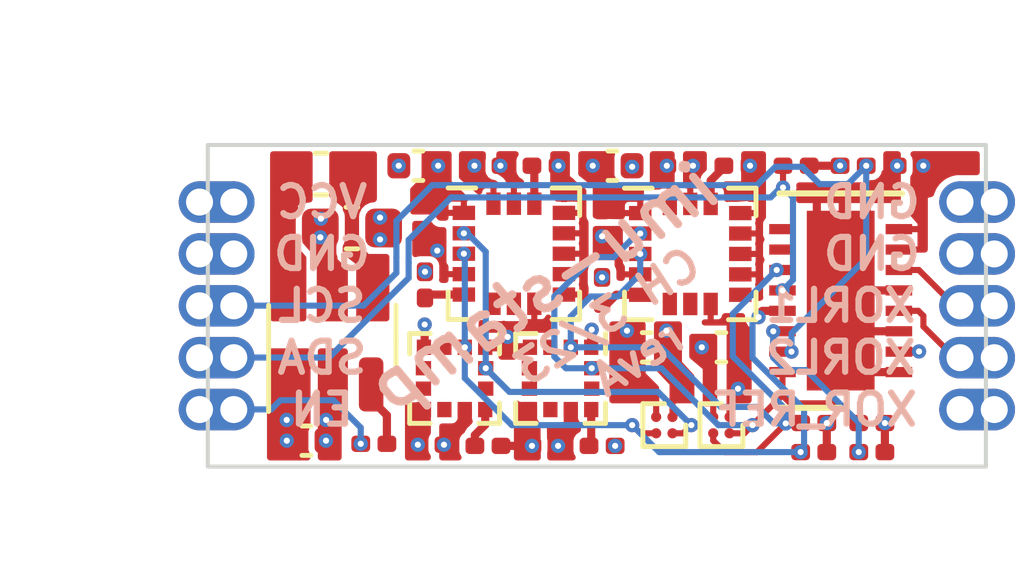
<source format=kicad_pcb>
(kicad_pcb (version 20221018) (generator pcbnew)
  (layers (0 "F.Cu" signal) (1 "In1.Cu" signal) (2 "In2.Cu" signal) (31 "B.Cu" signal) (34 "B.Paste" user) (35 "F.Paste" user) (36 "B.SilkS" user "B.Silkscreen") (37 "F.SilkS" user "F.Silkscreen") (38 "B.Mask" user) (39 "F.Mask" user) (44 "Edge.Cuts" user))
  (net 0 "")
  (net 1 "GND")
  (net 2 "3.3V")
  (net 3 "VCC")
  (net 4 "Net-(U2-CP+)")
  (net 5 "Net-(U2-CP-)")
  (net 6 "/EN")
  (net 7 "/SDA")
  (net 8 "/SCL")
  (net 9 "/SCL_1")
  (net 10 "/SDA_1")
  (net 11 "Net-(U3-REGOUT)")
  (net 12 "Net-(U6-REGOUT)")
  (net 13 "/SCL_0")
  (net 14 "/SDA_0")
  (net 15 "Net-(U2-EN)")
  (net 16 "Net-(U3-CS)")
  (net 17 "/XORL2")
  (net 18 "/XORL1")
  (net 19 "Net-(U5-CSN)")
  (net 20 "Net-(U6-CS)")
  (net 21 "Net-(U8-CSN)")
  (footprint "Capacitor_SMD:C_0201_0603Metric" (layer "F.Cu") (at 121.539 61.214 180)
    (fp_text reference "C13" hide)
    (fp_text value "0.1uF" hide)
  )
  (footprint "Resistor_SMD:R_0201_0603Metric" (layer "F.Cu") (at 119.997 64.13 -90)
    (fp_text reference "R17" hide)
    (fp_text value "10k" hide)
  )
  (footprint "Resistor_SMD:R_0201_0603Metric" (layer "F.Cu") (at 130.4798 61.214 180)
    (fp_text reference "R5" hide)
    (fp_text value "10k" hide)
  )
  (footprint "Resistor_SMD:R_0201_0603Metric" (layer "F.Cu") (at 129.5146 68.2244 180)
    (fp_text reference "R11" hide)
    (fp_text value "2.7k" hide)
  )
  (footprint "Package_TO_SOT_SMD:SOT-23-6" (layer "F.Cu") (at 117.729 65.4304 90)
    (fp_text reference "U2")
    (fp_text value "REG710NA-3.3/3K" hide)
  )
  (footprint "Capacitor_SMD:C_0201_0603Metric" (layer "F.Cu") (at 122.936 61.214)
    (fp_text reference "C14" hide)
    (fp_text value "0.47uF" hide)
  )
  (footprint "Resistor_SMD:R_0201_0603Metric" (layer "F.Cu") (at 124.333 68.072)
    (fp_text reference "R18" hide)
    (fp_text value "10k" hide)
  )
  (footprint "Capacitor_SMD:C_0201_0603Metric" (layer "F.Cu") (at 131.8768 61.214)
    (fp_text reference "C1" hide)
    (fp_text value "0.1uF" hide)
  )
  (footprint "Capacitor_SMD:C_0402_1005Metric" (layer "F.Cu") (at 124.587 61.214)
    (fp_text reference "C6" hide)
    (fp_text value "2.2uF" hide)
  )
  (footprint "Package_LGA:LGA-12_2x2mm_P0.5mm" (layer "F.Cu") (at 120.722 66.421 -90)
    (fp_text reference "U5" hide)
    (fp_text value "MC3419" hide)
  )
  (footprint "imu-stamp:IAM-20380" (layer "F.Cu") (at 126.492 63.373)
    (fp_text reference "U3" hide)
    (fp_text value "IAM-20380")
  )
  (footprint "Capacitor_SMD:C_0201_0603Metric" (layer "F.Cu") (at 127.635 61.214)
    (fp_text reference "C8" hide)
    (fp_text value "0.47uF" hide)
  )
  (footprint "Capacitor_SMD:C_0603_1608Metric" (layer "F.Cu") (at 117.4496 61.4172)
    (fp_text reference "C3" hide)
    (fp_text value "0.1uF")
  )
  (footprint "Capacitor_SMD:C_0201_0603Metric" (layer "F.Cu") (at 124.333 62.616 -90)
    (fp_text reference "C5" hide)
    (fp_text value "10nF" hide)
  )
  (footprint "Capacitor_SMD:C_0201_0603Metric" (layer "F.Cu") (at 119.997 62.479 -90)
    (fp_text reference "C11" hide)
    (fp_text value "10nF" hide)
  )
  (footprint "Resistor_SMD:R_0201_0603Metric" (layer "F.Cu") (at 118.745 68.0212)
    (fp_text reference "R9" hide)
    (fp_text value "10k" hide)
  )
  (footprint "Capacitor_SMD:C_0402_1005Metric" (layer "F.Cu") (at 125.4252 65.659)
    (fp_text reference "C9" hide)
    (fp_text value "2.2uF" hide)
  )
  (footprint "Capacitor_SMD:C_0402_1005Metric" (layer "F.Cu") (at 127.254 65.659)
    (fp_text reference "C15" hide)
    (fp_text value "2.2uF" hide)
  )
  (footprint "imu-stamp:PinHeaderCastellated_1x05_P1.27mm_Vertical" (layer "F.Cu") (at 133.096 67.183 180)
    (fp_text reference "P2" hide)
    (fp_text value "I/O" hide)
  )
  (footprint "Capacitor_SMD:C_0201_0603Metric" (layer "F.Cu") (at 126.238 61.214 180)
    (fp_text reference "C7" hide)
    (fp_text value "0.1uF" hide)
  )
  (footprint "Capacitor_SMD:C_0201_0603Metric" (layer "F.Cu") (at 122.936 68.072 180)
    (fp_text reference "C16" hide)
    (fp_text value "0.1uF" hide)
  )
  (footprint "Package_DFN_QFN:DFN-16-1EP_3x5mm_P0.5mm_EP1.66x4.4mm" (layer "F.Cu") (at 130.175 64.516 180)
    (fp_text reference "U1" hide)
    (fp_text value "LTC4317" hide)
  )
  (footprint "Resistor_SMD:R_0201_0603Metric" (layer "F.Cu") (at 129.5146 67.5132 180)
    (fp_text reference "R13" hide)
    (fp_text value "2.7k" hide)
  )
  (footprint "Package_LGA:LGA-12_2x2mm_P0.5mm" (layer "F.Cu") (at 123.317 66.421 -90)
    (fp_text reference "U8" hide)
    (fp_text value "MC3419" hide)
  )
  (footprint "imu-stamp:IAM-20380" (layer "F.Cu") (at 122.174 63.368)
    (fp_text reference "U6" hide)
    (fp_text value "IAM-20380")
  )
  (footprint "Resistor_SMD:R_0201_0603Metric" (layer "F.Cu") (at 130.937 67.5132 180)
    (fp_text reference "R14" hide)
    (fp_text value "2.7k" hide)
  )
  (footprint "Resistor_SMD:R_0201_0603Metric" (layer "F.Cu") (at 124.333 64.267 -90)
    (fp_text reference "R15" hide)
    (fp_text value "10k" hide)
  )
  (footprint "Capacitor_SMD:C_0201_0603Metric" (layer "F.Cu") (at 120.142 68.044 180)
    (fp_text reference "C10" hide)
    (fp_text value "0.1uF" hide)
  )
  (footprint "Resistor_SMD:R_0201_0603Metric" (layer "F.Cu") (at 121.539 68.072)
    (fp_text reference "R16" hide)
    (fp_text value "10k" hide)
  )
  (footprint "Package_BGA:WLP-4_0.83x0.83mm_P0.4mm" (layer "F.Cu") (at 127.254 67.564 -90)
    (fp_text reference "U7" hide)
    (fp_text value "MMC5603NJ" hide)
  )
  (footprint "Capacitor_SMD:C_0402_1005Metric" (layer "F.Cu") (at 117.094 67.945)
    (fp_text reference "C4" hide)
    (fp_text value "10uF" hide)
  )
  (footprint "Package_BGA:WLP-4_0.83x0.83mm_P0.4mm" (layer "F.Cu") (at 125.857 67.564 -90)
    (fp_text reference "U4" hide)
    (fp_text value "MMC5603NJ" hide)
  )
  (footprint "Capacitor_SMD:C_0603_1608Metric" (layer "F.Cu") (at 118.209 62.738)
    (fp_text reference "C2" hide)
    (fp_text value "2.2uF")
  )
  (footprint "Resistor_SMD:R_0201_0603Metric" (layer "F.Cu") (at 129.0828 61.214)
    (fp_text reference "R1" hide)
    (fp_text value "10k" hide)
  )
  (footprint "Resistor_SMD:R_0201_0603Metric" (layer "F.Cu") (at 130.937 68.2244 180)
    (fp_text reference "R12" hide)
    (fp_text value "2.7k" hide)
  )
  (footprint "imu-stamp:PinHeaderCastellated_1x05_P1.27mm_Vertical" (layer "F.Cu") (at 115.316 62.103)
    (fp_text reference "P1" hide)
    (fp_text value "I/O" hide)
  )
  (footprint "Capacitor_SMD:C_0402_1005Metric" (layer "F.Cu") (at 119.8372 61.214 180)
    (fp_text reference "C12" hide)
    (fp_text value "2.2uF" hide)
  )
  (gr_line (start 133.731 68.58) (end 133.731 60.706) (stroke (width 0.1)) (layer "Edge.Cuts"))
  (gr_line (start 114.681 60.706) (end 133.731 60.706) (stroke (width 0.1)) (layer "Edge.Cuts"))
  (gr_line (start 114.681 68.58) (end 114.681 60.706) (stroke (width 0.1)) (layer "Edge.Cuts"))
  (gr_line (start 114.681 68.58) (end 133.731 68.58) (stroke (width 0.1)) (layer "Edge.Cuts"))
  (gr_text "XOR_REF" (at 129.54 67.183) (layer "B.SilkS") (effects (font (size 0.762 0.762) (thickness 0.1524)) (justify mirror)))
  (gr_text "revA" (at 125.222 65.913 33) (layer "B.SilkS") (effects (font (size 0.762 0.762) (thickness 0.1524)) (justify mirror)))
  (gr_text "SDA" (at 117.475 65.913) (layer "B.SilkS") (effects (font (size 0.762 0.762) (thickness 0.1524)) (justify mirror)))
  (gr_text "imu-stamp" (at 122.936 64.135 33) (layer "B.SilkS") (effects (font (size 1.143 1.143) (thickness 0.2032) italic) (justify mirror)))
  (gr_text "GND" (at 130.937 63.373) (layer "B.SilkS") (effects (font (size 0.762 0.762) (thickness 0.1524)) (justify mirror)))
  (gr_text "SCL" (at 117.475 64.643) (layer "B.SilkS") (effects (font (size 0.762 0.762) (thickness 0.1524)) (justify mirror)))
  (gr_text "CH 3/23" (at 124.46 64.897 33) (layer "B.SilkS") (effects (font (size 0.762 0.762) (thickness 0.1524)) (justify mirror)))
  (gr_text "XORL1" (at 130.175 64.643) (layer "B.SilkS") (effects (font (size 0.762 0.762) (thickness 0.1524)) (justify mirror)))
  (gr_text "GND" (at 117.475 63.373) (layer "B.SilkS") (effects (font (size 0.762 0.762) (thickness 0.1524)) (justify mirror)))
  (gr_text "XORL2" (at 130.175 65.913) (layer "B.SilkS") (effects (font (size 0.762 0.762) (thickness 0.1524)) (justify mirror)))
  (gr_text "VCC" (at 117.475 62.103) (layer "B.SilkS") (effects (font (size 0.762 0.762) (thickness 0.1524)) (justify mirror)))
  (gr_text "EN" (at 117.475 67.183) (layer "B.SilkS") (effects (font (size 0.762 0.762) (thickness 0.1524)) (justify mirror)))
  (gr_text "GND" (at 130.937 62.103) (layer "B.SilkS") (effects (font (size 0.762 0.762) (thickness 0.1524)) (justify mirror)))
  (segment (start 131.6 66.266) (end 130.925 66.266) (width 0.2) (layer "F.Cu") (net 1))
  (segment (start 124.079 65.2272) (end 124.067 65.2392) (width 0.15) (layer "F.Cu") (net 1))
  (segment (start 130.2258 62.0014) (end 130.2258 62.5348) (width 0.2) (layer "F.Cu") (net 1))
  (segment (start 131.6 64.266) (end 130.925 64.266) (width 0.2) (layer "F.Cu") (net 1))
  (segment (start 119.989945 65.100545) (end 119.9896 65.10089) (width 0.2) (layer "F.Cu") (net 1))
  (segment (start 121.8438 65.6585) (end 121.472 65.6585) (width 0.2) (layer "F.Cu") (net 1))
  (segment (start 124.067011 65.239189) (end 124.067011 65.658492) (width 0.2) (layer "F.Cu") (net 1))
  (segment (start 127.454 67.364) (end 127.454 66.9036) (width 0.15) (layer "F.Cu") (net 1))
  (segment (start 126.057 67.364) (end 126.057 66.9036) (width 0.15) (layer "F.Cu") (net 1))
  (segment (start 130.81 62.0014) (end 130.81 62.5348) (width 0.2) (layer "F.Cu") (net 1))
  (segment (start 122.1491 65.6585) (end 122.567 65.6585) (width 0.2) (layer "F.Cu") (net 1))
  (segment (start 131.6 65.266) (end 130.925 65.266) (width 0.2) (layer "F.Cu") (net 1))
  (segment (start 129.5908 62.0014) (end 129.5908 62.5348) (width 0.2) (layer "F.Cu") (net 1))
  (segment (start 119.9896 65.10089) (end 119.9896 65.6409) (width 0.2) (layer "F.Cu") (net 1))
  (via (at 125.9078 65.2526) (size 0.35) (drill 0.15) (layers "F.Cu" "B.Cu") (net 1))
  (via (at 122.0216 65.405) (size 0.35) (drill 0.15) (layers "F.Cu" "B.Cu") (net 1))
  (via (at 124.333 62.9412) (size 0.35) (drill 0.15) (layers "F.Cu" "B.Cu") (net 1))
  (via (at 121.8438 61.214) (size 0.35) (drill 0.15) (layers "F.Cu" "B.Cu") (net 1))
  (via (at 124.079 65.2272) (size 0.35) (drill 0.15) (layers "F.Cu" "B.Cu") (net 1))
  (via (at 123.2662 61.214) (size 0.35) (drill 0.15) (layers "F.Cu" "B.Cu") (net 1))
  (via (at 120.462 68.044) (size 0.35) (drill 0.15) (layers "F.Cu" "B.Cu") (net 1))
  (via (at 131.5568 61.214) (size 0.35) (drill 0.15) (layers "F.Cu" "B.Cu") (net 1))
  (via (at 120.297263 63.291801) (size 0.35) (drill 0.15) (layers "F.Cu" "B.Cu") (net 1))
  (via (at 118.8974 63.0174) (size 0.35) (drill 0.15) (layers "F.Cu" "B.Cu") (net 1))
  (via (at 117.5766 67.437) (size 0.35) (drill 0.15) (layers "F.Cu" "B.Cu") (net 1))
  (via (at 118.8974 62.484) (size 0.35) (drill 0.15) (layers "F.Cu" "B.Cu") (net 1))
  (via (at 127.955 61.214) (size 0.35) (drill 0.15) (layers "F.Cu" "B.Cu") (net 1))
  (via (at 119.3546 61.214) (size 0.35) (drill 0.15) (layers "F.Cu" "B.Cu") (net 1))
  (via (at 123.256 68.072) (size 0.35) (drill 0.15) (layers "F.Cu" "B.Cu") (net 1))
  (via (at 125.0696 61.2394) (size 0.35) (drill 0.15) (layers "F.Cu" "B.Cu") (net 1))
  (via (at 117.574 67.945) (size 0.35) (drill 0.15) (layers "F.Cu" "B.Cu") (net 1))
  (via (at 119.989945 65.100545) (size 0.35) (drill 0.15) (layers "F.Cu" "B.Cu") (net 1))
  (via (at 126.558 61.214) (size 0.35) (drill 0.15) (layers "F.Cu" "B.Cu") (net 1))
  (via (at 127.660089 66.673164) (size 0.35) (drill 0.15) (layers "F.Cu" "B.Cu") (net 1))
  (segment (start 131.6 62.766) (end 132.1282 62.766) (width 0.15) (layer "F.Cu") (net 2))
  (segment (start 132.1282 62.766) (end 132.1308 62.7634) (width 0.15) (layer "F.Cu") (net 2))
  (segment (start 131.6 63.266) (end 132.1508 63.266) (width 0.15) (layer "F.Cu") (net 2))
  (segment (start 132.092662 65.760528) (end 132.08719 65.766) (width 0.15) (layer "F.Cu") (net 2))
  (segment (start 129.4028 61.214) (end 130.1598 61.214) (width 0.2) (layer "F.Cu") (net 2))
  (segment (start 132.087188 65.76601) (end 131.599991 65.76601) (width 0.2) (layer "F.Cu") (net 2))
  (segment (start 129.834589 67.5132) (end 129.834589 68.2244) (width 0.2) (layer "F.Cu") (net 2))
  (segment (start 122.616 68.072) (end 121.859 68.072) (width 0.2) (layer "F.Cu") (net 2))
  (segment (start 127.054 67.364) (end 127.054 66.9036) (width 0.15) (layer "F.Cu") (net 2))
  (segment (start 125.657 67.364) (end 125.657 66.9036) (width 0.15) (layer "F.Cu") (net 2))
  (segment (start 131.256989 67.5132) (end 131.256989 68.2244) (width 0.2) (layer "F.Cu") (net 2))
  (via (at 122.616 68.072) (size 0.35) (drill 0.15) (layers "F.Cu" "B.Cu") (net 2))
  (via (at 124.653 68.072) (size 0.35) (drill 0.15) (layers "F.Cu" "B.Cu") (net 2))
  (via (at 119.822 68.044) (size 0.35) (drill 0.15) (layers "F.Cu" "B.Cu") (net 2))
  (via (at 124.1044 61.214) (size 0.35) (drill 0.15) (layers "F.Cu" "B.Cu") (net 2))
  (via (at 126.774 65.659) (size 0.35) (drill 0.15) (layers "F.Cu" "B.Cu") (net 2))
  (via (at 121.2088 61.214) (size 0.35) (drill 0.15) (layers "F.Cu" "B.Cu") (net 2))
  (via (at 125.918 61.214) (size 0.35) (drill 0.15) (layers "F.Cu" "B.Cu") (net 2))
  (via (at 124.333 63.947) (size 0.35) (drill 0.15) (layers "F.Cu" "B.Cu") (net 2))
  (via (at 120.3198 61.214) (size 0.35) (drill 0.15) (layers "F.Cu" "B.Cu") (net 2))
  (via (at 131.257 67.5132) (size 0.35) (drill 0.15) (layers "F.Cu" "B.Cu") (net 2))
  (via (at 119.997 63.81) (size 0.35) (drill 0.15) (layers "F.Cu" "B.Cu") (net 2))
  (via (at 132.092662 65.760528) (size 0.35) (drill 0.15) (layers "F.Cu" "B.Cu") (net 2))
  (via (at 130.1598 61.214) (size 0.35) (drill 0.15) (layers "F.Cu" "B.Cu") (net 2))
  (via (at 124.9426 65.2526) (size 0.35) (drill 0.15) (layers "F.Cu" "B.Cu") (net 2))
  (via (at 132.1968 61.214) (size 0.35) (drill 0.15) (layers "F.Cu" "B.Cu") (net 2))
  (via (at 116.6114 67.437) (size 0.35) (drill 0.15) (layers "F.Cu" "B.Cu") (net 2))
  (via (at 116.614 67.945) (size 0.35) (drill 0.15) (layers "F.Cu" "B.Cu") (net 2))
  (via (at 129.8346 67.5132) (size 0.35) (drill 0.15) (layers "F.Cu" "B.Cu") (net 2))
  (via (at 117.434 62.9666) (size 0.35) (drill 0.15) (layers "F.Cu" "B.Cu") (net 3))
  (via (at 117.434 62.9666) (size 0.35) (drill 0.15) (layers "F.Cu" "B.Cu") (net 3))
  (via (at 117.4496 62.5094) (size 0.35) (drill 0.15) (layers "F.Cu" "B.Cu") (net 3))
  (via (at 118.425 68.0212) (size 0.35) (drill 0.15) (layers "F.Cu" "B.Cu") (net 6))
  (segment (start 118.425 67.625) (end 118.425 68.0212) (width 0.15) (layer "B.Cu") (net 6))
  (segment (start 115.451 67.179) (end 116.233694 67.179) (width 0.15) (layer "B.Cu") (net 6))
  (segment (start 116.458294 66.9544) (end 117.7544 66.9544) (width 0.15) (layer "B.Cu") (net 6))
  (segment (start 117.7544 66.9544) (end 118.425 67.625) (width 0.15) (layer "B.Cu") (net 6))
  (segment (start 116.233694 67.179) (end 116.458294 66.9544) (width 0.15) (layer "B.Cu") (net 6))
  (segment (start 128.7628 61.214) (end 128.7628 61.7474) (width 0.15) (layer "F.Cu") (net 7))
  (via (at 128.75 64.266) (size 0.35) (drill 0.15) (layers "F.Cu" "B.Cu") (net 7))
  (via (at 128.7628 61.7474) (size 0.35) (drill 0.15) (layers "F.Cu" "B.Cu") (net 7))
  (segment (start 129.0066 64.0094) (end 129.0066 61.9912) (width 0.15) (layer "B.Cu") (net 7))
  (segment (start 128.75 64.266) (end 129.0066 64.0094) (width 0.15) (layer "B.Cu") (net 7))
  (segment (start 128.7628 61.7474) (end 128.7018 61.7474) (width 0.15) (layer "B.Cu") (net 7))
  (segment (start 129.0066 61.9912) (end 128.7628 61.7474) (width 0.15) (layer "B.Cu") (net 7))
  (segment (start 119.5974 63.0286) (end 119.5974 63.5826) (width 0.15) (layer "B.Cu") (net 7))
  (segment (start 119.597 63.961264) (end 117.649264 65.909) (width 0.15) (layer "B.Cu") (net 7))
  (segment (start 119.597 63.583) (end 119.597 63.961264) (width 0.15) (layer "B.Cu") (net 7))
  (segment (start 117.649264 65.909) (end 115.451 65.909) (width 0.15) (layer "B.Cu") (net 7))
  (segment (start 120.637089 61.988911) (end 119.5974 63.0286) (width 0.15) (layer "B.Cu") (net 7))
  (segment (start 128.460289 61.988911) (end 120.637089 61.988911) (width 0.15) (layer "B.Cu") (net 7))
  (segment (start 119.5974 63.5826) (end 119.597 63.583) (width 0.15) (layer "B.Cu") (net 7))
  (segment (start 128.7018 61.7474) (end 128.460289 61.988911) (width 0.15) (layer "B.Cu") (net 7))
  (via (at 130.7998 61.214) (size 0.35) (drill 0.15) (layers "F.Cu" "B.Cu") (net 8))
  (via (at 128.970498 65.765502) (size 0.35) (drill 0.15) (layers "F.Cu" "B.Cu") (net 8))
  (segment (start 119.297 63.837) (end 119.297 63.458736) (width 0.15) (layer "B.Cu") (net 8))
  (segment (start 129.659311 61.663511) (end 130.350289 61.663511) (width 0.15) (layer "B.Cu") (net 8))
  (segment (start 120.175089 61.688911) (end 128.125289 61.688911) (width 0.15) (layer "B.Cu") (net 8))
  (segment (start 128.970498 65.314102) (end 130.7998 63.4848) (width 0.15) (layer "B.Cu") (net 8))
  (segment (start 130.7998 63.4848) (end 130.7998 61.214) (width 0.15) (layer "B.Cu") (net 8))
  (segment (start 129.2352 61.2394) (end 129.659311 61.663511) (width 0.15) (layer "B.Cu") (net 8))
  (segment (start 119.297 63.458736) (end 119.2974 63.458336) (width 0.15) (layer "B.Cu") (net 8))
  (segment (start 115.451 64.639) (end 118.495 64.639) (width 0.15) (layer "B.Cu") (net 8))
  (segment (start 118.495 64.639) (end 119.297 63.837) (width 0.15) (layer "B.Cu") (net 8))
  (segment (start 128.970498 65.765502) (end 128.970498 65.314102) (width 0.15) (layer "B.Cu") (net 8))
  (segment (start 130.350289 61.663511) (end 130.7998 61.214) (width 0.15) (layer "B.Cu") (net 8))
  (segment (start 119.2974 62.5666) (end 120.175089 61.688911) (width 0.15) (layer "B.Cu") (net 8))
  (segment (start 119.2974 63.458336) (end 119.2974 62.5666) (width 0.15) (layer "B.Cu") (net 8))
  (segment (start 128.125289 61.688911) (end 128.5748 61.2394) (width 0.15) (layer "B.Cu") (net 8))
  (segment (start 128.5748 61.2394) (end 129.2352 61.2394) (width 0.15) (layer "B.Cu") (net 8))
  (segment (start 130.1344 67.0306) (end 128.9431 67.0306) (width 0.15) (layer "F.Cu") (net 9))
  (segment (start 128.75 66.83) (end 128.75 66.774) (width 0.15) (layer "F.Cu") (net 9))
  (segment (start 128.016 67.564) (end 128.75 66.83) (width 0.15) (layer "F.Cu") (net 9))
  (segment (start 127.816 67.764) (end 127.454 67.764) (width 0.15) (layer "F.Cu") (net 9))
  (segment (start 128.016 67.564) (end 127.816 67.764) (width 0.15) (layer "F.Cu") (net 9))
  (segment (start 130.617 67.5132) (end 130.1344 67.0306) (width 0.15) (layer "F.Cu") (net 9))
  (segment (start 128.9431 67.0306) (end 128.75 66.8375) (width 0.15) (layer "F.Cu") (net 9))
  (segment (start 128.75 66.8375) (end 128.75 66.774) (width 0.15) (layer "F.Cu") (net 9))
  (segment (start 128.75 66.774) (end 128.75 66.266) (width 0.15) (layer "F.Cu") (net 9))
  (via (at 128.016 67.564) (size 0.35) (drill 0.15) (layers "F.Cu" "B.Cu") (net 9))
  (via (at 125.267 62.873) (size 0.35) (drill 0.15) (layers "F.Cu" "B.Cu") (net 9))
  (via (at 124.0795 66.171) (size 0.35) (drill 0.15) (layers "F.Cu" "B.Cu") (net 9))
  (segment (start 127.1778 67.564) (end 128.016 67.564) (width 0.15) (layer "B.Cu") (net 9))
  (segment (start 124.0795 66.171) (end 125.7848 66.171) (width 0.15) (layer "B.Cu") (net 9))
  (segment (start 124.625114 63.4492) (end 124.1298 63.4492) (width 0.15) (layer "B.Cu") (net 9))
  (segment (start 123.1646 64.4144) (end 123.1646 65.8876) (width 0.15) (layer "B.Cu") (net 9))
  (segment (start 123.448 66.171) (end 124.0795 66.171) (width 0.15) (layer "B.Cu") (net 9))
  (segment (start 125.201314 62.873) (end 124.625114 63.4492) (width 0.15) (layer "B.Cu") (net 9))
  (segment (start 124.1298 63.4492) (end 123.1646 64.4144) (width 0.15) (layer "B.Cu") (net 9))
  (segment (start 125.267 62.873) (end 125.201314 62.873) (width 0.15) (layer "B.Cu") (net 9))
  (segment (start 125.7848 66.171) (end 127.1778 67.564) (width 0.15) (layer "B.Cu") (net 9))
  (segment (start 123.1646 65.8876) (end 123.448 66.171) (width 0.15) (layer "B.Cu") (net 9))
  (segment (start 127.337624 68.2244) (end 128.126564 68.2244) (width 0.15) (layer "F.Cu") (net 10))
  (segment (start 128.6071 63.766) (end 128.75 63.766) (width 0.15) (layer "F.Cu") (net 10))
  (segment (start 128.8288 67.522164) (end 128.837764 67.5132) (width 0.15) (layer "F.Cu") (net 10))
  (segment (start 128.126564 68.2244) (end 128.8288 67.522164) (width 0.15) (layer "F.Cu") (net 10))
  (segment (start 127.054 67.940776) (end 127.337624 68.2244) (width 0.15) (layer "F.Cu") (net 10))
  (segment (start 128.837764 67.5132) (end 129.1946 67.5132) (width 0.15) (layer "F.Cu") (net 10))
  (segment (start 127.054 67.764) (end 127.054 67.940776) (width 0.15) (layer "F.Cu") (net 10))
  (via (at 128.8288 67.522164) (size 0.35) (drill 0.15) (layers "F.Cu" "B.Cu") (net 10))
  (via (at 125.267 63.373) (size 0.35) (drill 0.15) (layers "F.Cu" "B.Cu") (net 10))
  (via (at 128.6071 63.766) (size 0.35) (drill 0.15) (layers "F.Cu" "B.Cu") (net 10))
  (via (at 123.567 65.6585) (size 0.35) (drill 0.15) (layers "F.Cu" "B.Cu") (net 10))
  (segment (start 123.567 65.6585) (end 125.7803 65.6585) (width 0.15) (layer "B.Cu") (net 10))
  (segment (start 125.7803 65.6585) (end 127.240354 67.118554) (width 0.15) (layer "B.Cu") (net 10))
  (segment (start 123.567 65.6585) (end 123.567 64.901) (width 0.15) (layer "B.Cu") (net 10))
  (segment (start 128.6071 63.766) (end 127.5334 64.8397) (width 0.15) (layer "B.Cu") (net 10))
  (segment (start 127.240354 67.118554) (end 128.13624 67.118554) (width 0.15) (layer "B.Cu") (net 10))
  (segment (start 128.13624 67.118554) (end 128.53985 67.522164) (width 0.15) (layer "B.Cu") (net 10))
  (segment (start 123.567 64.901) (end 124.0536 64.4144) (width 0.15) (layer "B.Cu") (net 10))
  (segment (start 124.0536 64.4144) (end 124.714 64.4144) (width 0.15) (layer "B.Cu") (net 10))
  (segment (start 128.8288 67.177442) (end 128.8288 67.522164) (width 0.15) (layer "B.Cu") (net 10))
  (segment (start 128.53985 67.522164) (end 128.8288 67.522164) (width 0.15) (layer "B.Cu") (net 10))
  (segment (start 124.714 64.4144) (end 125.267 63.8614) (width 0.15) (layer "B.Cu") (net 10))
  (segment (start 125.267 63.8614) (end 125.267 63.373) (width 0.15) (layer "B.Cu") (net 10))
  (segment (start 127.5334 64.8397) (end 127.5334 65.882042) (width 0.15) (layer "B.Cu") (net 10))
  (segment (start 127.5334 65.882042) (end 128.8288 67.177442) (width 0.15) (layer "B.Cu") (net 10))
  (segment (start 127.315 61.214) (end 127.315 61.2546) (width 0.2) (layer "F.Cu") (net 11))
  (segment (start 127.315 61.2546) (end 126.992 61.5776) (width 0.2) (layer "F.Cu") (net 11))
  (segment (start 126.992 61.5776) (end 126.992 62.148) (width 0.2) (layer "F.Cu") (net 11))
  (segment (start 122.674 62.143) (end 122.674 61.272) (width 0.2) (layer "F.Cu") (net 12))
  (segment (start 126.3174 67.764) (end 126.057 67.764) (width 0.15) (layer "F.Cu") (net 13))
  (segment (start 121.4845 66.171) (end 121.4885 66.167) (width 0.2) (layer "F.Cu") (net 13))
  (segment (start 126.5174 67.564) (end 126.3174 67.764) (width 0.15) (layer "F.Cu") (net 13))
  (via (at 128.524 65.266498) (size 0.35) (drill 0.15) (layers "F.Cu" "B.Cu") (net 13))
  (via (at 130.617 68.2244) (size 0.35) (drill 0.15) (layers "F.Cu" "B.Cu") (net 13))
  (via (at 126.5174 67.564) (size 0.35) (drill 0.15) (layers "F.Cu" "B.Cu") (net 13))
  (via (at 121.4845 66.171) (size 0.35) (drill 0.15) (layers "F.Cu" "B.Cu") (net 13))
  (via (at 120.949 62.868) (size 0.35) (drill 0.15) (layers "F.Cu" "B.Cu") (net 13))
  (segment (start 122.0647 66.7512) (end 125.7046 66.7512) (width 0.15) (layer "B.Cu") (net 13))
  (segment (start 121.4845 66.171) (end 122.0647 66.7512) (width 0.15) (layer "B.Cu") (net 13))
  (segment (start 130.617 67.502747) (end 130.617 68.2244) (width 0.15) (layer "B.Cu") (net 13))
  (segment (start 128.520987 65.269511) (end 128.520987 65.909987) (width 0.15) (layer "B.Cu") (net 13))
  (segment (start 121.4845 66.171) (end 121.4845 63.3185) (width 0.15) (layer "B.Cu") (net 13))
  (segment (start 121.034 62.868) (end 120.949 62.868) (width 0.15) (layer "B.Cu") (net 13))
  (segment (start 129.332053 66.2178) (end 130.617 67.502747) (width 0.15) (layer "B.Cu") (net 13))
  (segment (start 128.524 65.266498) (end 128.520987 65.269511) (width 0.15) (layer "B.Cu") (net 13))
  (segment (start 128.520987 65.909987) (end 128.8288 66.2178) (width 0.15) (layer "B.Cu") (net 13))
  (segment (start 121.4845 63.3185) (end 121.034 62.868) (width 0.15) (layer "B.Cu") (net 13))
  (segment (start 128.8288 66.2178) (end 129.332053 66.2178) (width 0.15) (layer "B.Cu") (net 13))
  (segment (start 125.7046 66.7512) (end 126.5174 67.564) (width 0.15) (layer "B.Cu") (net 13))
  (segment (start 120.972498 65.658998) (end 120.972 65.6585) (width 0.2) (layer "F.Cu") (net 14))
  (segment (start 128.251941 64.766012) (end 128.750009 64.766012) (width 0.2) (layer "F.Cu") (net 14))
  (segment (start 125.0696 67.564) (end 125.2696 67.764) (width 0.15) (layer "F.Cu") (net 14))
  (segment (start 128.318252 64.766) (end 128.163402 64.92085) (width 0.15) (layer "F.Cu") (net 14))
  (segment (start 128.75 64.766) (end 128.318252 64.766) (width 0.15) (layer "F.Cu") (net 14))
  (segment (start 125.2696 67.764) (end 125.657 67.764) (width 0.15) (layer "F.Cu") (net 14))
  (segment (start 120.972498 65.659) (end 120.972498 65.658998) (width 0.2) (layer "F.Cu") (net 14))
  (via (at 129.1946 68.2244) (size 0.35) (drill 0.15) (layers "F.Cu" "B.Cu") (net 14))
  (via (at 128.163402 64.92085) (size 0.35) (drill 0.15) (layers "F.Cu" "B.Cu") (net 14))
  (via (at 120.949 63.368) (size 0.35) (drill 0.15) (layers "F.Cu" "B.Cu") (net 14))
  (via (at 120.972498 65.659) (size 0.35) (drill 0.15) (layers "F.Cu" "B.Cu") (net 14))
  (via (at 125.0696 67.564) (size 0.35) (drill 0.15) (layers "F.Cu" "B.Cu") (net 14))
  (segment (start 129.278311 67.175311) (end 129.278311 68.140689) (width 0.15) (layer "B.Cu") (net 14))
  (segment (start 122.1232 67.564) (end 125.0696 67.564) (width 0.15) (layer "B.Cu") (net 14))
  (segment (start 120.972498 66.413298) (end 122.1232 67.564) (width 0.15) (layer "B.Cu") (net 14))
  (segment (start 125.73 68.2244) (end 129.1946 68.2244) (width 0.15) (layer "B.Cu") (net 14))
  (segment (start 128.016 65.068252) (end 128.016 65.913) (width 0.15) (layer "B.Cu") (net 14))
  (segment (start 125.0696 67.564) (end 125.73 68.2244) (width 0.15) (layer "B.Cu") (net 14))
  (segment (start 120.972498 65.659) (end 120.972498 66.413298) (width 0.15) (layer "B.Cu") (net 14))
  (segment (start 128.016 65.913) (end 129.278311 67.175311) (width 0.15) (layer "B.Cu") (net 14))
  (segment (start 120.972498 65.659) (end 120.972498 63.391498) (width 0.15) (layer "B.Cu") (net 14))
  (segment (start 120.972498 63.391498) (end 120.949 63.368) (width 0.15) (layer "B.Cu") (net 14))
  (segment (start 129.278311 68.140689) (end 129.1946 68.2244) (width 0.15) (layer "B.Cu") (net 14))
  (segment (start 128.163402 64.92085) (end 128.016 65.068252) (width 0.15) (layer "B.Cu") (net 14))
  (segment (start 118.679 66.936796) (end 119.065 67.322796) (width 0.2) (layer "F.Cu") (net 15))
  (segment (start 119.065 67.322796) (end 119.065 68.0212) (width 0.2) (layer "F.Cu") (net 15))
  (segment (start 124.4652 64.587) (end 124.6792 64.373) (width 0.2) (layer "F.Cu") (net 16))
  (segment (start 124.6792 64.373) (end 125.267 64.373) (width 0.2) (layer "F.Cu") (net 16))
  (segment (start 124.333 64.587) (end 124.4652 64.587) (width 0.2) (layer "F.Cu") (net 16))
  (segment (start 132.199511 65.148511) (end 132.969 65.918) (width 0.15) (layer "F.Cu") (net 17))
  (segment (start 132.076 64.766) (end 132.199511 64.889511) (width 0.15) (layer "F.Cu") (net 17))
  (segment (start 132.199511 64.889511) (end 132.199511 65.148511) (width 0.15) (layer "F.Cu") (net 17))
  (segment (start 131.6 64.766) (end 132.076 64.766) (width 0.15) (layer "F.Cu") (net 17))
  (segment (start 132.969 64.648) (end 132.087 63.766) (width 0.15) (layer "F.Cu") (net 18))
  (segment (start 132.087 63.766) (end 131.6 63.766) (width 0.15) (layer "F.Cu") (net 18))
  (segment (start 121.472 67.5548) (end 121.472 67.1835) (width 0.2) (layer "F.Cu") (net 19))
  (segment (start 121.219 68.072) (end 121.219 67.8078) (width 0.2) (layer "F.Cu") (net 19))
  (segment (start 121.219 67.8078) (end 121.472 67.5548) (width 0.2) (layer "F.Cu") (net 19))
  (segment (start 120.949 64.368) (end 120.079 64.368) (width 0.2) (layer "F.Cu") (net 20))
  (segment (start 124.067 67.1835) (end 124.067 68.018) (width 0.2) (layer "F.Cu") (net 21))
  (zone (net 1) (net_name "GND") (layer "F.Cu") (priority 6) (connect_pads yes (clearance 0.15)) (min_thickness 0.15) (fill yes (thermal_gap 0.5) (thermal_bridge_width 0.5))
    (polygon (pts (xy 124.1044 62.6872) (xy 124.1044 63.5254) (xy 124.6378 63.5254) (xy 124.6378 64.0334) (xy 125.3236 64.0334) (xy 125.3236 62.6872)))
  )
  (zone (net 2) (net_name "3.3V") (layer "F.Cu") (priority 2) (connect_pads yes (clearance 0.15)) (min_thickness 0.15) (fill yes (thermal_gap 0.508) (thermal_bridge_width 0.508))
    (polygon (pts (xy 125.3998 66.294) (xy 125.73 66.6242) (xy 125.73 67.0306) (xy 125.3236 67.0306) (xy 124.5108 67.0306) (xy 124.5108 65.024) (xy 125.3998 65.024)))
  )
  (zone (net 5) (net_name "Net-(U2-CP-)") (layer "F.Cu") (priority 3) (connect_pads yes (clearance 0.15)) (min_thickness 0.15) (fill yes (thermal_gap 0.508) (thermal_bridge_width 0.508))
    (polygon (pts (xy 118.8212 62.0776) (xy 118.491 62.23) (xy 118.491 63.246) (xy 118.618 63.373) (xy 119.126 63.373) (xy 119.126 65.024) (xy 118.3132 65.024) (xy 118.3132 63.627) (xy 117.983 63.373) (xy 117.983 62.23) (xy 117.6528 61.976) (xy 117.6528 60.8584) (xy 118.8212 60.8584)))
  )
  (zone (net 1) (net_name "GND") (layer "F.Cu") (priority 1) (connect_pads yes (clearance 0.15)) (min_thickness 0.15) (fill yes (thermal_gap 0.508) (thermal_bridge_width 0.508))
    (polygon (pts (xy 126.2888 66.0146) (xy 126.5936 66.3448) (xy 126.5936 67.0306) (xy 125.984 67.0306) (xy 125.984 66.5734) (xy 125.603 66.167) (xy 125.602949 65.023531) (xy 126.288749 65.023251)))
  )
  (zone (net 1) (net_name "GND") (layer "F.Cu") (priority 1) (connect_pads yes (clearance 0.15)) (min_thickness 0.15) (fill yes (thermal_gap 0.508) (thermal_bridge_width 0.508))
    (polygon (pts (xy 131.6482 62.1284) (xy 129.0828 62.1284) (xy 129.0828 61.6204) (xy 130.81 61.6204) (xy 131.2164 61.3156) (xy 131.2164 60.706) (xy 131.6482 60.706)))
  )
  (zone (net 2) (net_name "3.3V") (layer "F.Cu") (priority 2) (connect_pads yes (clearance 0.15)) (min_thickness 0.15) (fill yes (thermal_gap 0.508) (thermal_bridge_width 0.508))
    (polygon (pts (xy 120.65 61.595) (xy 121.2342 62.1538) (xy 121.2342 62.5602) (xy 120.3452 62.5602) (xy 120.1674 62.4078) (xy 119.634 62.4078) (xy 119.634 61.7728) (xy 119.9134 61.4934) (xy 119.9134 60.706) (xy 120.65 60.706)))
  )
  (zone (net 1) (net_name "GND") (layer "F.Cu") (priority 1) (connect_pads yes (clearance 0.15)) (min_thickness 0.15) (fill yes (thermal_gap 0.508) (thermal_bridge_width 0.508))
    (polygon (pts (xy 126.8984 61.722) (xy 126.619 61.9506) (xy 126.619 62.3355) (xy 126.4045 62.3355) (xy 126.4045 61.9605) (xy 126.3142 61.8744) (xy 126.3142 60.706) (xy 126.8984 60.706)))
  )
  (zone (net 1) (net_name "GND") (layer "F.Cu") (connect_pads yes (clearance 0.15)) (min_thickness 0.15) (fill yes (thermal_gap 0.508) (thermal_bridge_width 0.508))
    (polygon (pts (xy 122.467347 61.5188) (xy 122.479304 62.308184) (xy 122.071354 62.33321) (xy 122.047 61.722) (xy 121.742612 61.469398) (xy 121.741802 60.707446) (xy 122.453414 60.707651) (xy 122.4534 61.468)))
  )
  (zone (net 1) (net_name "GND") (layer "F.Cu") (priority 1) (connect_pads yes (clearance 0.15)) (min_thickness 0.15) (fill yes (thermal_gap 0.5) (thermal_bridge_width 0.5))
    (polygon (pts (xy 119.6848 62.5348) (xy 119.6848 63.4492) (xy 120.2182 63.4746) (xy 120.2182 64.0842) (xy 121.2596 64.0842) (xy 121.2596 63.5762) (xy 120.523 63.5762) (xy 120.523 62.5348)))
  )
  (zone (net 2) (net_name "3.3V") (layer "F.Cu") (priority 1) (connect_pads yes (clearance 0.15)) (min_thickness 0.15) (fill yes (thermal_gap 0.508) (thermal_bridge_width 0.508))
    (polygon (pts (xy 121.4882 61.3918) (xy 121.863977 61.672919) (xy 121.8692 62.379016) (xy 121.365745 62.377652) (xy 121.3612 61.976) (xy 120.8278 61.5188) (xy 120.8278 60.706) (xy 121.4882 60.706)))
  )
  (zone (net 2) (net_name "3.3V") (layer "F.Cu") (priority 2) (connect_pads yes (clearance 0.15)) (min_thickness 0.15) (fill yes (thermal_gap 0.508) (thermal_bridge_width 0.508))
    (polygon (pts (xy 126.111 61.6204) (xy 126.0856 61.6458) (xy 126.0856 62.3062) (xy 125.8316 62.3062) (xy 125.8316 61.7982) (xy 125.5014 61.7982) (xy 125.5014 60.706) (xy 126.111 60.706)))
  )
  (zone (net 2) (net_name "3.3V") (layer "F.Cu") (priority 2) (connect_pads yes (clearance 0.15)) (min_thickness 0.15) (fill yes (thermal_gap 0.508) (thermal_bridge_width 0.508))
    (polygon (pts (xy 120.142 68.58) (xy 119.507 68.58) (xy 119.507 67.0052) (xy 120.142 67.0052)))
  )
  (zone (net 4) (net_name "Net-(U2-CP+)") (layer "F.Cu") (priority 1) (connect_pads yes (clearance 0.15)) (min_thickness 0.15) (fill yes (thermal_gap 0.508) (thermal_bridge_width 0.508))
    (polygon (pts (xy 117.2464 62.1792) (xy 116.8908 62.1792) (xy 116.8908 63.1444) (xy 117.094 63.3476) (xy 117.094 65.024) (xy 116.205 65.024) (xy 116.205 60.8584) (xy 117.2464 60.8584)))
  )
  (zone (net 1) (net_name "GND") (layer "F.Cu") (priority 1) (connect_pads yes (clearance 0.15)) (min_thickness 0.15) (fill yes (thermal_gap 0.508) (thermal_bridge_width 0.508))
    (polygon (pts (xy 123.5456 61.468) (xy 124.0028 61.8236) (xy 124.0028 64.6176) (xy 123.6218 64.643) (xy 123.6218 62.103) (xy 123.215067 62.103) (xy 123.063 61.9506) (xy 123.063 60.9854) (xy 123.063 60.706) (xy 123.5456 60.706)))
  )
  (zone (net 3) (net_name "VCC") (layer "F.Cu") (priority 2) (connect_pads yes (clearance 0.15)) (min_thickness 0.15) (fill yes (thermal_gap 0.508) (thermal_bridge_width 0.508))
    (polygon (pts (xy 117.856 63.5) (xy 118.11 63.754) (xy 118.11 65.024) (xy 117.348 65.024) (xy 117.348 63.5) (xy 116.9924 63.0936) (xy 116.9924 62.484) (xy 117.856 62.484)))
  )
  (zone (net 1) (net_name "GND") (layer "F.Cu") (priority 5) (connect_pads yes (clearance 0.15)) (min_thickness 0.15) (fill yes (thermal_gap 0.5) (thermal_bridge_width 0.5))
    (polygon (pts (xy 121.3104 64.4144) (xy 121.3104 65.3034) (xy 121.793 65.3034) (xy 121.793 65.9638) (xy 122.2502 65.9638) (xy 122.2502 65.3034) (xy 123.0884 65.3034) (xy 123.0884 64.4144)))
  )
  (zone (net 2) (net_name "3.3V") (layer "F.Cu") (priority 2) (connect_pads yes (clearance 0.15)) (min_thickness 0.15) (fill yes (thermal_gap 0.508) (thermal_bridge_width 0.508))
    (polygon (pts (xy 122.836163 68.579224) (xy 122.174 68.58) (xy 122.174 66.9544) (xy 122.819963 66.953624)))
  )
  (zone (net 2) (net_name "3.3V") (layer "F.Cu") (priority 2) (connect_pads yes (clearance 0.15)) (min_thickness 0.15) (fill yes (thermal_gap 0.508) (thermal_bridge_width 0.508))
    (polygon (pts (xy 117.1956 67.564) (xy 117.1956 68.326) (xy 117.1956 68.58) (xy 116.1288 68.58) (xy 116.1288 65.6844) (xy 117.1956 65.6844)))
  )
  (zone (net 2) (net_name "3.3V") (layer "F.Cu") (priority 2) (connect_pads yes (clearance 0.15)) (min_thickness 0.15) (fill yes (thermal_gap 0.508) (thermal_bridge_width 0.508))
    (polygon (pts (xy 125.348896 62.5348) (xy 124.1044 62.5094) (xy 124.1044 61.722) (xy 123.7488 61.4426) (xy 123.7488 60.706) (xy 125.3744 60.7314)))
  )
  (zone (net 1) (net_name "GND") (layer "F.Cu") (priority 1) (connect_pads yes (clearance 0.15)) (min_thickness 0.15) (fill yes (thermal_gap 0.508) (thermal_bridge_width 0.508))
    (polygon (pts (xy 121.3104 68.577575) (xy 120.3452 68.58) (xy 120.3452 67.4624) (xy 120.7262 67.4624) (xy 120.7262 67.0052) (xy 121.3104 67.0052)))
  )
  (zone (net 2) (net_name "3.3V") (layer "F.Cu") (priority 2) (connect_pads yes (clearance 0.15)) (min_thickness 0.15) (fill yes (thermal_gap 0.508) (thermal_bridge_width 0.508))
    (polygon (pts (xy 127.1524 67.1068) (xy 126.7968 67.1068) (xy 126.7968 66.1924) (xy 126.4666 65.913) (xy 126.4666 65.3288) (xy 127.1524 65.3288)))
  )
  (zone (net 2) (net_name "3.3V") (layer "F.Cu") (priority 2) (connect_pads yes (clearance 0.15)) (min_thickness 0.15) (fill yes (thermal_gap 0.508) (thermal_bridge_width 0.508))
    (polygon (pts (xy 133.731 61.6204) (xy 132.3086 62.0014) (xy 132.3086 63.340017) (xy 132.0546 63.340017) (xy 132.0546 62.6364) (xy 131.8768 62.4332) (xy 131.8768 60.706) (xy 133.731 60.706)))
  )
  (zone (net 1) (net_name "GND") (layer "F.Cu") (priority 1) (connect_pads yes (clearance 0.15)) (min_thickness 0.15) (fill yes (thermal_gap 0.508) (thermal_bridge_width 0.508))
    (polygon (pts (xy 123.825 68.58) (xy 122.9614 68.58) (xy 122.9614 67.4878) (xy 123.3932 67.4878) (xy 123.3932 67.0052) (xy 123.825 67.0052)))
  )
  (zone (net 1) (net_name "GND") (layer "F.Cu") (priority 1) (connect_pads yes (clearance 0.15)) (min_thickness 0.15) (fill yes (thermal_gap 0.508) (thermal_bridge_width 0.508))
    (polygon (pts (xy 127.996097 67.0306) (xy 127.762 67.0306) (xy 127.381 67.0306) (xy 127.381 65.1256) (xy 126.7714 65.1256) (xy 126.7714 64.2874) (xy 127.2794 64.2874) (xy 127.2794 64.8208) (xy 127.9906 64.8208)))
  )
  (zone (net 1) (net_name "GND") (layer "F.Cu") (priority 1) (connect_pads yes (clearance 0.15)) (min_thickness 0.15) (fill yes (thermal_gap 0.508) (thermal_bridge_width 0.508))
    (polygon (pts (xy 128.3462 62.103) (xy 128.3462 64.5922) (xy 127.889 64.5668) (xy 127.889 62.0776) (xy 127.5842 62.103) (xy 127.254 62.103) (xy 127.254 61.595) (xy 127.7366 61.595) (xy 127.736556 60.704508) (xy 128.3462 60.706)))
  )
  (zone (net 1) (net_name "GND") (layer "F.Cu") (priority 1) (connect_pads yes (clearance 0.15)) (min_thickness 0.15) (fill yes (thermal_gap 0.508) (thermal_bridge_width 0.508))
    (polygon (pts (xy 118.11 67.1576) (xy 117.9576 67.31) (xy 117.9576 68.58) (xy 117.3734 68.58) (xy 117.3734 65.6844) (xy 118.11 65.6844)))
  )
)
</source>
